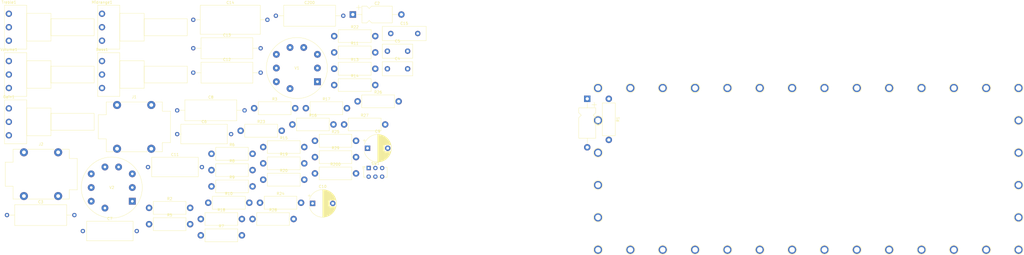
<source format=kicad_pcb>
(kicad_pcb (version 20211014) (generator pcbnew)
  (layers (0 "F.Cu" signal) (31 "B.Cu" signal) (34 "B.Paste" user) (35 "F.Paste" user) (36 "B.SilkS" user "B.Silkscreen") (37 "F.SilkS" user "F.Silkscreen") (38 "B.Mask" user) (39 "F.Mask" user) (44 "Edge.Cuts" user))
  (net 0 "")
  (net 1 "Net-(Bass1-Pad1)")
  (net 2 "Net-(Bass1-Pad2)")
  (net 3 "GND")
  (net 4 "Net-(C1-Pad1)")
  (net 5 "Net-(C2-Pad1)")
  (net 6 "Net-(C3-Pad2)")
  (net 7 "Net-(C3-Pad1)")
  (net 8 "Net-(C4-Pad1)")
  (net 9 "Net-(C5-Pad2)")
  (net 10 "Net-(C5-Pad1)")
  (net 11 "Net-(C6-Pad2)")
  (net 12 "Net-(C8-Pad2)")
  (net 13 "Net-(C8-Pad1)")
  (net 14 "Net-(C9-Pad1)")
  (net 15 "VCC")
  (net 16 "Net-(C11-Pad2)")
  (net 17 "Net-(C11-Pad1)")
  (net 18 "Net-(C12-Pad2)")
  (net 19 "Net-(C12-Pad1)")
  (net 20 "Net-(C13-Pad2)")
  (net 21 "Net-(C13-Pad1)")
  (net 22 "Net-(C14-Pad2)")
  (net 23 "Net-(C14-Pad1)")
  (net 24 "Net-(C15-Pad1)")
  (net 25 "Net-(C200-Pad2)")
  (net 26 "Net-(C200-Pad1)")
  (net 27 "Net-(Gain1-Pad2)")
  (net 28 "Net-(Gain1-Pad3)")
  (net 29 "Net-(J1-PadS)")
  (net 30 "Net-(J2-PadS)")
  (net 31 "Net-(R10-Pad1)")
  (net 32 "Net-(R17-Pad2)")
  (net 33 "Net-(R19-Pad1)")
  (net 34 "Net-(R22-Pad2)")
  (net 35 "Net-(R24-Pad2)")
  (net 36 "Net-(R25-Pad2)")
  (net 37 "Net-(SW1-Pad1)")
  (footprint "TestPoint:TestPoint_THTPad_D3.0mm_Drill1.5mm" (layer "F.Cu") (at 72 60)
    (fp_text reference "REF**" hide)
    (fp_text value "TestPoint_THTPad_D3.0mm_Drill1.5mm" hide)
    (pad "1" thru_hole circle locked (at 0 0) (size 3 3) (drill 2) (layers *.Cu *.Mask))
  )
  (footprint "TestPoint:TestPoint_THTPad_D3.0mm_Drill1.5mm" (layer "F.Cu") (at 72 72)
    (fp_text reference "REF**" hide)
    (fp_text value "TestPoint_THTPad_D3.0mm_Drill1.5mm" hide)
    (pad "1" thru_hole circle locked (at 0 0) (size 3 3) (drill 2) (layers *.Cu *.Mask))
  )
  (footprint "TestPoint:TestPoint_THTPad_D3.0mm_Drill1.5mm" (layer "F.Cu") (at 72 84)
    (fp_text reference "REF**" hide)
    (fp_text value "TestPoint_THTPad_D3.0mm_Drill1.5mm" hide)
    (pad "1" thru_hole circle locked (at 0 0) (size 3 3) (drill 2) (layers *.Cu *.Mask))
  )
  (footprint "TestPoint:TestPoint_THTPad_D3.0mm_Drill1.5mm" (layer "F.Cu") (at 72 96)
    (fp_text reference "REF**" hide)
    (fp_text value "TestPoint_THTPad_D3.0mm_Drill1.5mm" hide)
    (pad "1" thru_hole circle locked (at 0 0) (size 3 3) (drill 2) (layers *.Cu *.Mask))
  )
  (footprint "TestPoint:TestPoint_THTPad_D3.0mm_Drill1.5mm" (layer "F.Cu") (at 72 108)
    (fp_text reference "REF**" hide)
    (fp_text value "TestPoint_THTPad_D3.0mm_Drill1.5mm" hide)
    (pad "1" thru_hole circle locked (at 0 0) (size 3 3) (drill 2) (layers *.Cu *.Mask))
  )
  (footprint "TestPoint:TestPoint_THTPad_D3.0mm_Drill1.5mm" (layer "F.Cu") (at 72 120)
    (fp_text reference "REF**" hide)
    (fp_text value "TestPoint_THTPad_D3.0mm_Drill1.5mm" hide)
    (pad "1" thru_hole circle locked (at 0 0) (size 3 3) (drill 2) (layers *.Cu *.Mask))
  )
  (footprint "TestPoint:TestPoint_THTPad_D3.0mm_Drill1.5mm" (layer "F.Cu") (at 84 60)
    (fp_text reference "REF**" hide)
    (fp_text value "TestPoint_THTPad_D3.0mm_Drill1.5mm" hide)
    (pad "1" thru_hole circle locked (at 0 0) (size 3 3) (drill 2) (layers *.Cu *.Mask))
  )
  (footprint "TestPoint:TestPoint_THTPad_D3.0mm_Drill1.5mm" (layer "F.Cu") (at 96 60)
    (fp_text reference "REF**" hide)
    (fp_text value "TestPoint_THTPad_D3.0mm_Drill1.5mm" hide)
    (pad "1" thru_hole circle locked (at 0 0) (size 3 3) (drill 2) (layers *.Cu *.Mask))
  )
  (footprint "TestPoint:TestPoint_THTPad_D3.0mm_Drill1.5mm" (layer "F.Cu") (at 108 60)
    (fp_text reference "REF**" hide)
    (fp_text value "TestPoint_THTPad_D3.0mm_Drill1.5mm" hide)
    (pad "1" thru_hole circle locked (at 0 0) (size 3 3) (drill 2) (layers *.Cu *.Mask))
  )
  (footprint "TestPoint:TestPoint_THTPad_D3.0mm_Drill1.5mm" (layer "F.Cu") (at 108 60)
    (fp_text reference "REF**" hide)
    (fp_text value "TestPoint_THTPad_D3.0mm_Drill1.5mm" hide)
    (pad "1" thru_hole circle locked (at 0 0) (size 3 3) (drill 2) (layers *.Cu *.Mask))
  )
  (footprint "TestPoint:TestPoint_THTPad_D3.0mm_Drill1.5mm" (layer "F.Cu") (at 120 60)
    (fp_text reference "REF**" hide)
    (fp_text value "TestPoint_THTPad_D3.0mm_Drill1.5mm" hide)
    (pad "1" thru_hole circle locked (at 0 0) (size 3 3) (drill 2) (layers *.Cu *.Mask))
  )
  (footprint "TestPoint:TestPoint_THTPad_D3.0mm_Drill1.5mm" (layer "F.Cu") (at 132 60)
    (fp_text reference "REF**" hide)
    (fp_text value "TestPoint_THTPad_D3.0mm_Drill1.5mm" hide)
    (pad "1" thru_hole circle locked (at 0 0) (size 3 3) (drill 2) (layers *.Cu *.Mask))
  )
  (footprint "TestPoint:TestPoint_THTPad_D3.0mm_Drill1.5mm" (layer "F.Cu") (at 144 60)
    (fp_text reference "REF**" hide)
    (fp_text value "TestPoint_THTPad_D3.0mm_Drill1.5mm" hide)
    (pad "1" thru_hole circle locked (at 0 0) (size 3 3) (drill 2) (layers *.Cu *.Mask))
  )
  (footprint "TestPoint:TestPoint_THTPad_D3.0mm_Drill1.5mm" (layer "F.Cu") (at 156 60)
    (fp_text reference "REF**" hide)
    (fp_text value "TestPoint_THTPad_D3.0mm_Drill1.5mm" hide)
    (pad "1" thru_hole circle locked (at 0 0) (size 3 3) (drill 2) (layers *.Cu *.Mask))
  )
  (footprint "TestPoint:TestPoint_THTPad_D3.0mm_Drill1.5mm" (layer "F.Cu") (at 168 60)
    (fp_text reference "REF**" hide)
    (fp_text value "TestPoint_THTPad_D3.0mm_Drill1.5mm" hide)
    (pad "1" thru_hole circle locked (at 0 0) (size 3 3) (drill 2) (layers *.Cu *.Mask))
  )
  (footprint "TestPoint:TestPoint_THTPad_D3.0mm_Drill1.5mm" (layer "F.Cu") (at 180 60)
    (fp_text reference "REF**" hide)
    (fp_text value "TestPoint_THTPad_D3.0mm_Drill1.5mm" hide)
    (pad "1" thru_hole circle locked (at 0 0) (size 3 3) (drill 2) (layers *.Cu *.Mask))
  )
  (footprint "TestPoint:TestPoint_THTPad_D3.0mm_Drill1.5mm" (layer "F.Cu") (at 192 60)
    (fp_text reference "REF**" hide)
    (fp_text value "TestPoint_THTPad_D3.0mm_Drill1.5mm" hide)
    (pad "1" thru_hole circle locked (at 0 0) (size 3 3) (drill 2) (layers *.Cu *.Mask))
  )
  (footprint "TestPoint:TestPoint_THTPad_D3.0mm_Drill1.5mm" (layer "F.Cu") (at 204 60)
    (fp_text reference "REF**" hide)
    (fp_text value "TestPoint_THTPad_D3.0mm_Drill1.5mm" hide)
    (pad "1" thru_hole circle locked (at 0 0) (size 3 3) (drill 2) (layers *.Cu *.Mask))
  )
  (footprint "TestPoint:TestPoint_THTPad_D3.0mm_Drill1.5mm" (layer "F.Cu") (at 216 60)
    (fp_text reference "REF**" hide)
    (fp_text value "TestPoint_THTPad_D3.0mm_Drill1.5mm" hide)
    (pad "1" thru_hole circle locked (at 0 0) (size 3 3) (drill 2) (layers *.Cu *.Mask))
  )
  (footprint "TestPoint:TestPoint_THTPad_D3.0mm_Drill1.5mm" (layer "F.Cu") (at 228 60)
    (fp_text reference "REF**" hide)
    (fp_text value "TestPoint_THTPad_D3.0mm_Drill1.5mm" hide)
    (pad "1" thru_hole circle locked (at 0 0) (size 3 3) (drill 2) (layers *.Cu *.Mask))
  )
  (footprint "TestPoint:TestPoint_THTPad_D3.0mm_Drill1.5mm" (layer "F.Cu") (at 84 120)
    (fp_text reference "REF**" hide)
    (fp_text value "TestPoint_THTPad_D3.0mm_Drill1.5mm" hide)
    (pad "1" thru_hole circle locked (at 0 0) (size 3 3) (drill 2) (layers *.Cu *.Mask))
  )
  (footprint "TestPoint:TestPoint_THTPad_D3.0mm_Drill1.5mm" (layer "F.Cu") (at 96 120)
    (fp_text reference "REF**" hide)
    (fp_text value "TestPoint_THTPad_D3.0mm_Drill1.5mm" hide)
    (pad "1" thru_hole circle locked (at 0 0) (size 3 3) (drill 2) (layers *.Cu *.Mask))
  )
  (footprint "TestPoint:TestPoint_THTPad_D3.0mm_Drill1.5mm" (layer "F.Cu") (at 108 120)
    (fp_text reference "REF**" hide)
    (fp_text value "TestPoint_THTPad_D3.0mm_Drill1.5mm" hide)
    (pad "1" thru_hole circle locked (at 0 0) (size 3 3) (drill 2) (layers *.Cu *.Mask))
  )
  (footprint "TestPoint:TestPoint_THTPad_D3.0mm_Drill1.5mm" (layer "F.Cu") (at 120 120)
    (fp_text reference "REF**" hide)
    (fp_text value "TestPoint_THTPad_D3.0mm_Drill1.5mm" hide)
    (pad "1" thru_hole circle locked (at 0 0) (size 3 3) (drill 2) (layers *.Cu *.Mask))
  )
  (footprint "TestPoint:TestPoint_THTPad_D3.0mm_Drill1.5mm" (layer "F.Cu") (at 132 120)
    (fp_text reference "REF**" hide)
    (fp_text value "TestPoint_THTPad_D3.0mm_Drill1.5mm" hide)
    (pad "1" thru_hole circle locked (at 0 0) (size 3 3) (drill 2) (layers *.Cu *.Mask))
  )
  (footprint "TestPoint:TestPoint_THTPad_D3.0mm_Drill1.5mm" (layer "F.Cu") (at 144 120)
    (fp_text reference "REF**" hide)
    (fp_text value "TestPoint_THTPad_D3.0mm_Drill1.5mm" hide)
    (pad "1" thru_hole circle locked (at 0 0) (size 3 3) (drill 2) (layers *.Cu *.Mask))
  )
  (footprint "TestPoint:TestPoint_THTPad_D3.0mm_Drill1.5mm" (layer "F.Cu") (at 156 120)
    (fp_text reference "REF**" hide)
    (fp_text value "TestPoint_THTPad_D3.0mm_Drill1.5mm" hide)
    (pad "1" thru_hole circle locked (at 0 0) (size 3 3) (drill 2) (layers *.Cu *.Mask))
  )
  (footprint "TestPoint:TestPoint_THTPad_D3.0mm_Drill1.5mm" (layer "F.Cu") (at 168 120)
    (fp_text reference "REF**" hide)
    (fp_text value "TestPoint_THTPad_D3.0mm_Drill1.5mm" hide)
    (pad "1" thru_hole circle locked (at 0 0) (size 3 3) (drill 2) (layers *.Cu *.Mask))
  )
  (footprint "TestPoint:TestPoint_THTPad_D3.0mm_Drill1.5mm" (layer "F.Cu") (at 180 120)
    (fp_text reference "REF**" hide)
    (fp_text value "TestPoint_THTPad_D3.0mm_Drill1.5mm" hide)
    (pad "1" thru_hole circle locked (at 0 0) (size 3 3) (drill 2) (layers *.Cu *.Mask))
  )
  (footprint "TestPoint:TestPoint_THTPad_D3.0mm_Drill1.5mm" (layer "F.Cu") (at 192 120)
    (fp_text reference "REF**" hide)
    (fp_text value "TestPoint_THTPad_D3.0mm_Drill1.5mm" hide)
    (pad "1" thru_hole circle locked (at 0 0) (size 3 3) (drill 2) (layers *.Cu *.Mask))
  )
  (footprint "TestPoint:TestPoint_THTPad_D3.0mm_Drill1.5mm" (layer "F.Cu") (at 204 120)
    (fp_text reference "REF**" hide)
    (fp_text value "TestPoint_THTPad_D3.0mm_Drill1.5mm" hide)
    (pad "1" thru_hole circle locked (at 0 0) (size 3 3) (drill 2) (layers *.Cu *.Mask))
  )
  (footprint "TestPoint:TestPoint_THTPad_D3.0mm_Drill1.5mm" (layer "F.Cu") (at 216 120)
    (fp_text reference "REF**" hide)
    (fp_text value "TestPoint_THTPad_D3.0mm_Drill1.5mm" hide)
    (pad "1" thru_hole circle locked (at 0 0) (size 3 3) (drill 2) (layers *.Cu *.Mask))
  )
  (footprint "TestPoint:TestPoint_THTPad_D3.0mm_Drill1.5mm" (layer "F.Cu") (at 228 120)
    (fp_text reference "REF**" hide)
    (fp_text value "TestPoint_THTPad_D3.0mm_Drill1.5mm" hide)
    (pad "1" thru_hole circle locked (at 0 0) (size 3 3) (drill 2) (layers *.Cu *.Mask))
  )
  (footprint "TestPoint:TestPoint_THTPad_D3.0mm_Drill1.5mm" (layer "F.Cu") (at 228 108)
    (fp_text reference "REF**" hide)
    (fp_text value "TestPoint_THTPad_D3.0mm_Drill1.5mm" hide)
    (pad "1" thru_hole circle locked (at 0 0) (size 3 3) (drill 2) (layers *.Cu *.Mask))
  )
  (footprint "TestPoint:TestPoint_THTPad_D3.0mm_Drill1.5mm" (layer "F.Cu") (at 228 96)
    (fp_text reference "REF**" hide)
    (fp_text value "TestPoint_THTPad_D3.0mm_Drill1.5mm" hide)
    (pad "1" thru_hole circle locked (at 0 0) (size 3 3) (drill 2) (layers *.Cu *.Mask))
  )
  (footprint "TestPoint:TestPoint_THTPad_D3.0mm_Drill1.5mm" (layer "F.Cu") (at 228 72)
    (fp_text reference "REF**" hide)
    (fp_text value "TestPoint_THTPad_D3.0mm_Drill1.5mm" hide)
    (pad "1" thru_hole circle locked (at 0 0) (size 3 3) (drill 2) (layers *.Cu *.Mask))
  )
  (footprint "TestPoint:TestPoint_THTPad_D3.0mm_Drill1.5mm" (layer "F.Cu") (at 228 84)
    (fp_text reference "REF**" hide)
    (fp_text value "TestPoint_THTPad_D3.0mm_Drill1.5mm" hide)
    (pad "1" thru_hole circle locked (at 0 0) (size 3 3) (drill 2) (layers *.Cu *.Mask))
  )
  (footprint "Potentiometer_THT:Potentiometer_Piher_PC-16_Single_Horizontal" (layer "F.Cu") (at -112 60)
    (fp_text reference "Bass1" (at 0 -14.25) (layer "F.SilkS"))
    (fp_text value "B250K")
    (pad "1" thru_hole circle locked (at 0 0) (size 2.34 2.34) (drill 1.3) (layers *.Cu *.Mask) (net 1 "Net-(Bass1-Pad1)"))
    (pad "2" thru_hole circle locked (at 0 -5) (size 2.34 2.34) (drill 1.3) (layers *.Cu *.Mask) (net 2 "Net-(Bass1-Pad2)"))
    (pad "3" thru_hole circle locked (at 0 -10) (size 2.34 2.34) (drill 1.3) (layers *.Cu *.Mask) (net 2 "Net-(Bass1-Pad2)"))
  )
  (footprint "Capacitor_THT:CP_Axial_L11.0mm_D6.0mm_P18.00mm_Horizontal" (layer "F.Cu") (at 68 64 -90)
    (fp_text reference "C1" (at 9 -4.12 90) (layer "F.SilkS"))
    (fp_text value "22µF 50V")
    (pad "1" thru_hole rect locked (at 0 0 270) (size 2.4 2.4) (drill 1.2) (layers *.Cu *.Mask) (net 4 "Net-(C1-Pad1)"))
    (pad "2" thru_hole oval locked (at 18 0 270) (size 2.4 2.4) (drill 1.2) (layers *.Cu *.Mask) (net 3 "GND"))
  )
  (footprint "Capacitor_THT:CP_Axial_L11.0mm_D6.0mm_P18.00mm_Horizontal" (layer "F.Cu") (at -18.95 32.735)
    (fp_text reference "C2" (at 9 -4.12) (layer "F.SilkS"))
    (fp_text value "22µF 50V")
    (pad "1" thru_hole rect locked (at 0 0) (size 2.4 2.4) (drill 1.2) (layers *.Cu *.Mask) (net 5 "Net-(C2-Pad1)"))
    (pad "2" thru_hole oval locked (at 18 0) (size 2.4 2.4) (drill 1.2) (layers *.Cu *.Mask) (net 3 "GND"))
  )
  (footprint "Capacitor_THT:C_Axial_L19.0mm_D7.5mm_P25.00mm_Horizontal" (layer "F.Cu") (at -147.25 107.13)
    (fp_text reference "C3" (at 12.5 -4.87) (layer "F.SilkS"))
    (fp_text value "100nF 400V")
    (pad "1" thru_hole circle locked (at 0 0) (size 1.6 1.6) (drill 0.8) (layers *.Cu *.Mask) (net 7 "Net-(C3-Pad1)"))
    (pad "2" thru_hole oval locked (at 25 0) (size 1.6 1.6) (drill 0.8) (layers *.Cu *.Mask) (net 6 "Net-(C3-Pad2)"))
  )
  (footprint "Capacitor_THT:C_Disc_D11.0mm_W5.0mm_P7.50mm" (layer "F.Cu") (at -6.13 52.88)
    (fp_text reference "C4" (at 3.75 -3.75) (layer "F.SilkS"))
    (fp_text value "47pF 1KV")
    (pad "1" thru_hole circle locked (at 0 0) (size 2 2) (drill 1) (layers *.Cu *.Mask) (net 8 "Net-(C4-Pad1)"))
    (pad "2" thru_hole circle locked (at 7.5 0) (size 2 2) (drill 1) (layers *.Cu *.Mask) (net 4 "Net-(C1-Pad1)"))
  )
  (footprint "Capacitor_THT:C_Disc_D11.0mm_W5.0mm_P7.50mm" (layer "F.Cu") (at -6.13 46.33)
    (fp_text reference "C5" (at 3.75 -3.75) (layer "F.SilkS"))
    (fp_text value "150pF")
    (pad "1" thru_hole circle locked (at 0 0) (size 2 2) (drill 1) (layers *.Cu *.Mask) (net 10 "Net-(C5-Pad1)"))
    (pad "2" thru_hole circle locked (at 7.5 0) (size 2 2) (drill 1) (layers *.Cu *.Mask) (net 9 "Net-(C5-Pad2)"))
  )
  (footprint "Capacitor_THT:C_Axial_L17.0mm_D7.0mm_P20.00mm_Horizontal" (layer "F.Cu") (at -84.12 77.1)
    (fp_text reference "C6" (at 10 -4.62) (layer "F.SilkS"))
    (fp_text value "47nF")
    (pad "1" thru_hole circle locked (at 0 0) (size 1.6 1.6) (drill 0.8) (layers *.Cu *.Mask) (net 2 "Net-(Bass1-Pad2)"))
    (pad "2" thru_hole oval locked (at 20 0) (size 1.6 1.6) (drill 0.8) (layers *.Cu *.Mask) (net 11 "Net-(C6-Pad2)"))
  )
  (footprint "Capacitor_THT:C_Axial_L17.0mm_D7.0mm_P20.00mm_Horizontal" (layer "F.Cu") (at -119.1 113.06)
    (fp_text reference "C7" (at 10 -4.62) (layer "F.SilkS"))
    (fp_text value "47nF")
    (pad "1" thru_hole circle locked (at 0 0) (size 1.6 1.6) (drill 0.8) (layers *.Cu *.Mask) (net 1 "Net-(Bass1-Pad1)"))
    (pad "2" thru_hole oval locked (at 20 0) (size 1.6 1.6) (drill 0.8) (layers *.Cu *.Mask) (net 11 "Net-(C6-Pad2)"))
  )
  (footprint "Capacitor_THT:C_Axial_L19.0mm_D7.5mm_P25.00mm_Horizontal" (layer "F.Cu") (at -84.12 68.3)
    (fp_text reference "C8" (at 12.5 -4.87) (layer "F.SilkS"))
    (fp_text value "100nF 400V")
    (pad "1" thru_hole circle locked (at 0 0) (size 1.6 1.6) (drill 0.8) (layers *.Cu *.Mask) (net 13 "Net-(C8-Pad1)"))
    (pad "2" thru_hole oval locked (at 25 0) (size 1.6 1.6) (drill 0.8) (layers *.Cu *.Mask) (net 12 "Net-(C8-Pad2)"))
  )
  (footprint "Capacitor_THT:CP_Radial_D10.0mm_P7.50mm" (layer "F.Cu") (at -13.505354 82.33)
    (fp_text reference "C9" (at 3.75 -6.25) (layer "F.SilkS"))
    (fp_text value "10µF 250V")
    (pad "1" thru_hole rect locked (at 0 0) (size 2 2) (drill 1) (layers *.Cu *.Mask) (net 14 "Net-(C9-Pad1)"))
    (pad "2" thru_hole circle locked (at 7.5 0) (size 2 2) (drill 1) (layers *.Cu *.Mask) (net 3 "GND"))
  )
  (footprint "Capacitor_THT:CP_Radial_D10.0mm_P7.50mm" (layer "F.Cu") (at -33.895354 102.8)
    (fp_text reference "C10" (at 3.75 -6.25) (layer "F.SilkS"))
    (fp_text value "10µF 250V")
    (pad "1" thru_hole rect locked (at 0 0) (size 2 2) (drill 1) (layers *.Cu *.Mask) (net 15 "VCC"))
    (pad "2" thru_hole circle locked (at 7.5 0) (size 2 2) (drill 1) (layers *.Cu *.Mask) (net 3 "GND"))
  )
  (footprint "Capacitor_THT:C_Axial_L17.0mm_D7.0mm_P20.00mm_Horizontal" (layer "F.Cu") (at -94.94 89.33)
    (fp_text reference "C11" (at 10 -4.62) (layer "F.SilkS"))
    (fp_text value "47nF")
    (pad "1" thru_hole circle locked (at 0 0) (size 1.6 1.6) (drill 0.8) (layers *.Cu *.Mask) (net 17 "Net-(C11-Pad1)"))
    (pad "2" thru_hole oval locked (at 20 0) (size 1.6 1.6) (drill 0.8) (layers *.Cu *.Mask) (net 16 "Net-(C11-Pad2)"))
  )
  (footprint "Capacitor_THT:C_Axial_L19.0mm_D7.5mm_P25.00mm_Horizontal" (layer "F.Cu") (at -78.15 54.3)
    (fp_text reference "C12" (at 12.5 -4.87) (layer "F.SilkS"))
    (fp_text value "100nF 400V")
    (pad "1" thru_hole circle locked (at 0 0) (size 1.6 1.6) (drill 0.8) (layers *.Cu *.Mask) (net 19 "Net-(C12-Pad1)"))
    (pad "2" thru_hole oval locked (at 25 0) (size 1.6 1.6) (drill 0.8) (layers *.Cu *.Mask) (net 18 "Net-(C12-Pad2)"))
  )
  (footprint "Capacitor_THT:C_Axial_L19.0mm_D7.5mm_P25.00mm_Horizontal" (layer "F.Cu") (at -78.15 45.25)
    (fp_text reference "C13" (at 12.5 -4.87) (layer "F.SilkS"))
    (fp_text value "100nF 400V")
    (pad "1" thru_hole circle locked (at 0 0) (size 1.6 1.6) (drill 0.8) (layers *.Cu *.Mask) (net 21 "Net-(C13-Pad1)"))
    (pad "2" thru_hole oval locked (at 25 0) (size 1.6 1.6) (drill 0.8) (layers *.Cu *.Mask) (net 20 "Net-(C13-Pad2)"))
  )
  (footprint "Capacitor_THT:C_Axial_L22.0mm_D10.5mm_P27.50mm_Horizontal" (layer "F.Cu") (at -78.15 34.7)
    (fp_text reference "C14" (at 13.75 -6.37) (layer "F.SilkS"))
    (fp_text value "220nF 400V")
    (pad "1" thru_hole circle locked (at 0 0) (size 1.6 1.6) (drill 0.8) (layers *.Cu *.Mask) (net 23 "Net-(C14-Pad1)"))
    (pad "2" thru_hole oval locked (at 27.5 0) (size 1.6 1.6) (drill 0.8) (layers *.Cu *.Mask) (net 22 "Net-(C14-Pad2)"))
  )
  (footprint "Capacitor_THT:C_Disc_D16.0mm_W5.0mm_P10.00mm" (layer "F.Cu") (at -4.88 39.78)
    (fp_text reference "C15" (at 5 -3.75) (layer "F.SilkS"))
    (fp_text value "1nF")
    (pad "1" thru_hole circle locked (at 0 0) (size 2 2) (drill 1) (layers *.Cu *.Mask) (net 24 "Net-(C15-Pad1)"))
    (pad "2" thru_hole circle locked (at 10 0) (size 2 2) (drill 1) (layers *.Cu *.Mask) (net 3 "GND"))
  )
  (footprint "Capacitor_THT:C_Axial_L19.0mm_D7.5mm_P25.00mm_Horizontal" (layer "F.Cu") (at -47.5 33.2)
    (fp_text reference "C200" (at 12.5 -4.87) (layer "F.SilkS"))
    (fp_text value "100nF")
    (pad "1" thru_hole circle locked (at 0 0) (size 1.6 1.6) (drill 0.8) (layers *.Cu *.Mask) (net 26 "Net-(C200-Pad1)"))
    (pad "2" thru_hole oval locked (at 25 0) (size 1.6 1.6) (drill 0.8) (layers *.Cu *.Mask) (net 25 "Net-(C200-Pad2)"))
  )
  (footprint "Potentiometer_THT:Potentiometer_Piher_PC-16_Single_Horizontal" (layer "F.Cu") (at -146.55 77.55)
    (fp_text reference "Gain1" (at 0 -14.25) (layer "F.SilkS"))
    (fp_text value "A250K")
    (pad "1" thru_hole circle locked (at 0 0) (size 2.34 2.34) (drill 1.3) (layers *.Cu *.Mask) (net 3 "GND"))
    (pad "2" thru_hole circle locked (at 0 -5) (size 2.34 2.34) (drill 1.3) (layers *.Cu *.Mask) (net 27 "Net-(Gain1-Pad2)"))
    (pad "3" thru_hole circle locked (at 0 -10) (size 2.34 2.34) (drill 1.3) (layers *.Cu *.Mask) (net 28 "Net-(Gain1-Pad3)"))
  )
  (footprint "Connector_Audio:Jack_6.35mm_Neutrik_NMJ4HCD2_Horizontal" (layer "F.Cu") (at -106.42 66.3)
    (fp_text reference "J1" (at 6.35 -3) (layer "F.SilkS"))
    (fp_text value "Line in")
    (pad "S" thru_hole circle locked (at 12.7 0) (size 3 3) (drill 1.4) (layers *.Cu *.Mask) (net 29 "Net-(J1-PadS)"))
    (pad "SN" thru_hole circle locked (at 12.7 16.23) (size 3 3) (drill 1.4) (layers *.Cu *.Mask))
    (pad "T" thru_hole circle locked (at 0 0) (size 3 3) (drill 1.4) (layers *.Cu *.Mask) (net 3 "GND"))
    (pad "TN" thru_hole circle locked (at 0 16.23) (size 3 3) (drill 1.4) (layers *.Cu *.Mask))
  )
  (footprint "Connector_Audio:Jack_6.35mm_Neutrik_NMJ4HCD2_Horizontal" (layer "F.Cu") (at -140.97 83.85)
    (fp_text reference "J2" (at 6.35 -3) (layer "F.SilkS"))
    (fp_text value "Line out")
    (pad "S" thru_hole circle locked (at 12.7 0) (size 3 3) (drill 1.4) (layers *.Cu *.Mask) (net 30 "Net-(J2-PadS)"))
    (pad "SN" thru_hole circle locked (at 12.7 16.23) (size 3 3) (drill 1.4) (layers *.Cu *.Mask))
    (pad "T" thru_hole circle locked (at 0 0) (size 3 3) (drill 1.4) (layers *.Cu *.Mask) (net 3 "GND"))
    (pad "TN" thru_hole circle locked (at 0 16.23) (size 3 3) (drill 1.4) (layers *.Cu *.Mask))
  )
  (footprint "Potentiometer_THT:Potentiometer_Piher_PC-16_Single_Horizontal" (layer "F.Cu") (at -112 42.45)
    (fp_text reference "Midrange1" (at 0 -14.25) (layer "F.SilkS"))
    (fp_text value "B25K")
    (pad "1" thru_hole circle locked (at 0 0) (size 2.34 2.34) (drill 1.3) (layers *.Cu *.Mask) (net 3 "GND"))
    (pad "2" thru_hole circle locked (at 0 -5) (size 2.34 2.34) (drill 1.3) (layers *.Cu *.Mask) (net 1 "Net-(Bass1-Pad1)"))
    (pad "3" thru_hole circle locked (at 0 -10) (size 2.34 2.34) (drill 1.3) (layers *.Cu *.Mask) (net 1 "Net-(Bass1-Pad1)"))
  )
  (footprint "Resistor_THT:R_Axial_DIN0414_L11.9mm_D4.5mm_P15.24mm_Horizontal" (layer "F.Cu") (at 76 64 -90)
    (fp_text reference "R1" (at 7.62 -3.37 90) (layer "F.SilkS"))
    (fp_text value "1.5K 0.5W")
    (pad "1" thru_hole circle locked (at 0 0 270) (size 2.4 2.4) (drill 1.2) (layers *.Cu *.Mask) (net 4 "Net-(C1-Pad1)"))
    (pad "2" thru_hole oval locked (at 15.24 0 270) (size 2.4 2.4) (drill 1.2) (layers *.Cu *.Mask) (net 3 "GND"))
  )
  (footprint "Resistor_THT:R_Axial_DIN0414_L11.9mm_D4.5mm_P15.24mm_Horizontal" (layer "F.Cu") (at -94.54 104.46)
    (fp_text reference "R2" (at 7.62 -3.37) (layer "F.SilkS"))
    (fp_text value "1.5K 0.5W")
    (pad "1" thru_hole circle locked (at 0 0) (size 2.4 2.4) (drill 1.2) (layers *.Cu *.Mask) (net 5 "Net-(C2-Pad1)"))
    (pad "2" thru_hole oval locked (at 15.24 0) (size 2.4 2.4) (drill 1.2) (layers *.Cu *.Mask) (net 3 "GND"))
  )
  (footprint "Resistor_THT:R_Axial_DIN0414_L11.9mm_D4.5mm_P15.24mm_Horizontal" (layer "F.Cu") (at -55.57 67.48)
    (fp_text reference "R3" (at 7.62 -3.37) (layer "F.SilkS"))
    (fp_text value "100K 1W")
    (pad "1" thru_hole circle locked (at 0 0) (size 2.4 2.4) (drill 1.2) (layers *.Cu *.Mask) (net 14 "Net-(C9-Pad1)"))
    (pad "2" thru_hole oval locked (at 15.24 0) (size 2.4 2.4) (drill 1.2) (layers *.Cu *.Mask) (net 6 "Net-(C3-Pad2)"))
  )
  (footprint "Resistor_THT:R_Axial_DIN0414_L11.9mm_D4.5mm_P15.24mm_Horizontal" (layer "F.Cu") (at -94.54 110.51)
    (fp_text reference "R5" (at 7.62 -3.37) (layer "F.SilkS"))
    (fp_text value "68K")
    (pad "1" thru_hole circle locked (at 0 0) (size 2.4 2.4) (drill 1.2) (layers *.Cu *.Mask) (net 8 "Net-(C4-Pad1)"))
    (pad "2" thru_hole oval locked (at 15.24 0) (size 2.4 2.4) (drill 1.2) (layers *.Cu *.Mask) (net 26 "Net-(C200-Pad1)"))
  )
  (footprint "Resistor_THT:R_Axial_DIN0414_L11.9mm_D4.5mm_P15.24mm_Horizontal" (layer "F.Cu") (at -71.39 84.4)
    (fp_text reference "R6" (at 7.62 -3.37) (layer "F.SilkS"))
    (fp_text value "220K")
    (pad "1" thru_hole circle locked (at 0 0) (size 2.4 2.4) (drill 1.2) (layers *.Cu *.Mask) (net 7 "Net-(C3-Pad1)"))
    (pad "2" thru_hole oval locked (at 15.24 0) (size 2.4 2.4) (drill 1.2) (layers *.Cu *.Mask) (net 28 "Net-(Gain1-Pad3)"))
  )
  (footprint "Resistor_THT:R_Axial_DIN0414_L11.9mm_D4.5mm_P15.24mm_Horizontal" (layer "F.Cu") (at -75.35 114.65)
    (fp_text reference "R7" (at 7.62 -3.37) (layer "F.SilkS"))
    (fp_text value "1M")
    (pad "1" thru_hole circle locked (at 0 0) (size 2.4 2.4) (drill 1.2) (layers *.Cu *.Mask) (net 8 "Net-(C4-Pad1)"))
    (pad "2" thru_hole oval locked (at 15.24 0) (size 2.4 2.4) (drill 1.2) (layers *.Cu *.Mask) (net 3 "GND"))
  )
  (footprint "Resistor_THT:R_Axial_DIN0414_L11.9mm_D4.5mm_P15.24mm_Horizontal" (layer "F.Cu") (at -71.39 90.45)
    (fp_text reference "R8" (at 7.62 -3.37) (layer "F.SilkS"))
    (fp_text value "470K")
    (pad "1" thru_hole circle locked (at 0 0) (size 2.4 2.4) (drill 1.2) (layers *.Cu *.Mask) (net 28 "Net-(Gain1-Pad3)"))
    (pad "2" thru_hole oval locked (at 15.24 0) (size 2.4 2.4) (drill 1.2) (layers *.Cu *.Mask) (net 3 "GND"))
  )
  (footprint "Resistor_THT:R_Axial_DIN0414_L11.9mm_D4.5mm_P15.24mm_Horizontal" (layer "F.Cu") (at -71.39 96.5)
    (fp_text reference "R9" (at 7.62 -3.37) (layer "F.SilkS"))
    (fp_text value "100K")
    (pad "1" thru_hole circle locked (at 0 0) (size 2.4 2.4) (drill 1.2) (layers *.Cu *.Mask) (net 27 "Net-(Gain1-Pad2)"))
    (pad "2" thru_hole oval locked (at 15.24 0) (size 2.4 2.4) (drill 1.2) (layers *.Cu *.Mask) (net 31 "Net-(R10-Pad1)"))
  )
  (footprint "Resistor_THT:R_Axial_DIN0414_L11.9mm_D4.5mm_P15.24mm_Horizontal" (layer "F.Cu") (at -72.59 102.55)
    (fp_text reference "R10" (at 7.62 -3.37) (layer "F.SilkS"))
    (fp_text value "470K")
    (pad "1" thru_hole circle locked (at 0 0) (size 2.4 2.4) (drill 1.2) (layers *.Cu *.Mask) (net 31 "Net-(R10-Pad1)"))
    (pad "2" thru_hole oval locked (at 15.24 0) (size 2.4 2.4) (drill 1.2) (layers *.Cu *.Mask) (net 3 "GND"))
  )
  (footprint "Resistor_THT:R_Axial_DIN0414_L11.9mm_D4.5mm_P15.24mm_Horizontal" (layer "F.Cu") (at -25.87 46.8)
    (fp_text reference "R11" (at 7.62 -3.37) (layer "F.SilkS"))
    (fp_text value "100K 1W")
    (pad "1" thru_hole circle locked (at 0 0) (size 2.4 2.4) (drill 1.2) (layers *.Cu *.Mask) (net 14 "Net-(C9-Pad1)"))
    (pad "2" thru_hole oval locked (at 15.24 0) (size 2.4 2.4) (drill 1.2) (layers *.Cu *.Mask) (net 12 "Net-(C8-Pad2)"))
  )
  (footprint "Resistor_THT:R_Axial_DIN0414_L11.9mm_D4.5mm_P15.24mm_Horizontal" (layer "F.Cu") (at -25.87 52.85)
    (fp_text reference "R13" (at 7.62 -3.37) (layer "F.SilkS"))
    (fp_text value "1M")
    (pad "1" thru_hole circle locked (at 0 0) (size 2.4 2.4) (drill 1.2) (layers *.Cu *.Mask) (net 13 "Net-(C8-Pad1)"))
    (pad "2" thru_hole oval locked (at 15.24 0) (size 2.4 2.4) (drill 1.2) (layers *.Cu *.Mask) (net 3 "GND"))
  )
  (footprint "Resistor_THT:R_Axial_DIN0414_L11.9mm_D4.5mm_P15.24mm_Horizontal" (layer "F.Cu") (at -25.87 58.9)
    (fp_text reference "R14" (at 7.62 -3.37) (layer "F.SilkS"))
    (fp_text value "47K")
    (pad "1" thru_hole circle locked (at 0 0) (size 2.4 2.4) (drill 1.2) (layers *.Cu *.Mask) (net 13 "Net-(C8-Pad1)"))
    (pad "2" thru_hole oval locked (at 15.24 0) (size 2.4 2.4) (drill 1.2) (layers *.Cu *.Mask) (net 9 "Net-(C5-Pad2)"))
  )
  (footprint "Resistor_THT:R_Axial_DIN0414_L11.9mm_D4.5mm_P15.24mm_Horizontal" (layer "F.Cu") (at -52.2 81.9)
    (fp_text reference "R15" (at 7.62 -3.37) (layer "F.SilkS"))
    (fp_text value "68K")
    (pad "1" thru_hole circle locked (at 0 0) (size 2.4 2.4) (drill 1.2) (layers *.Cu *.Mask) (net 9 "Net-(C5-Pad2)"))
    (pad "2" thru_hole oval locked (at 15.24 0) (size 2.4 2.4) (drill 1.2) (layers *.Cu *.Mask) (net 11 "Net-(C6-Pad2)"))
  )
  (footprint "Resistor_THT:R_Axial_DIN0414_L11.9mm_D4.5mm_P15.24mm_Horizontal" (layer "F.Cu") (at -41.38 73.53)
    (fp_text reference "R16" (at 7.62 -3.37) (layer "F.SilkS"))
    (fp_text value "10K 1W")
    (pad "1" thru_hole circle locked (at 0 0) (size 2.4 2.4) (drill 1.2) (layers *.Cu *.Mask) (net 14 "Net-(C9-Pad1)"))
    (pad "2" thru_hole oval locked (at 15.24 0) (size 2.4 2.4) (drill 1.2) (layers *.Cu *.Mask) (net 15 "VCC"))
  )
  (footprint "Resistor_THT:R_Axial_DIN0414_L11.9mm_D4.5mm_P15.24mm_Horizontal" (layer "F.Cu") (at -36.38 67.48)
    (fp_text reference "R17" (at 7.62 -3.37) (layer "F.SilkS"))
    (fp_text value "100K")
    (pad "1" thru_hole circle locked (at 0 0) (size 2.4 2.4) (drill 1.2) (layers *.Cu *.Mask) (net 17 "Net-(C11-Pad1)"))
    (pad "2" thru_hole oval locked (at 15.24 0) (size 2.4 2.4) (drill 1.2) (layers *.Cu *.Mask) (net 32 "Net-(R17-Pad2)"))
  )
  (footprint "Resistor_THT:R_Axial_DIN0414_L11.9mm_D4.5mm_P15.24mm_Horizontal" (layer "F.Cu") (at -75.35 108.6)
    (fp_text reference "R18" (at 7.62 -3.37) (layer "F.SilkS"))
    (fp_text value "1M")
    (pad "1" thru_hole circle locked (at 0 0) (size 2.4 2.4) (drill 1.2) (layers *.Cu *.Mask) (net 32 "Net-(R17-Pad2)"))
    (pad "2" thru_hole oval locked (at 15.24 0) (size 2.4 2.4) (drill 1.2) (layers *.Cu *.Mask) (net 3 "GND"))
  )
  (footprint "Resistor_THT:R_Axial_DIN0414_L11.9mm_D4.5mm_P15.24mm_Horizontal" (layer "F.Cu") (at -52.2 87.95)
    (fp_text reference "R19" (at 7.62 -3.37) (layer "F.SilkS"))
    (fp_text value "1.5K 0.5W")
    (pad "1" thru_hole circle locked (at 0 0) (size 2.4 2.4) (drill 1.2) (layers *.Cu *.Mask) (net 33 "Net-(R19-Pad1)"))
    (pad "2" thru_hole oval locked (at 15.24 0) (size 2.4 2.4) (drill 1.2) (layers *.Cu *.Mask) (net 3 "GND"))
  )
  (footprint "Resistor_THT:R_Axial_DIN0414_L11.9mm_D4.5mm_P15.24mm_Horizontal" (layer "F.Cu") (at -52.2 94)
    (fp_text reference "R20" (at 7.62 -3.37) (layer "F.SilkS"))
    (fp_text value "100K 1W")
    (pad "1" thru_hole circle locked (at 0 0) (size 2.4 2.4) (drill 1.2) (layers *.Cu *.Mask) (net 15 "VCC"))
    (pad "2" thru_hole oval locked (at 15.24 0) (size 2.4 2.4) (drill 1.2) (layers *.Cu *.Mask) (net 18 "Net-(C12-Pad2)"))
  )
  (footprint "Resistor_THT:R_Axial_DIN0414_L11.9mm_D4.5mm_P15.24mm_Horizontal" (layer "F.Cu") (at -25.87 40.75)
    (fp_text reference "R22" (at 7.62 -3.37) (layer "F.SilkS"))
    (fp_text value "100K")
    (pad "1" thru_hole circle locked (at 0 0) (size 2.4 2.4) (drill 1.2) (layers *.Cu *.Mask) (net 19 "Net-(C12-Pad1)"))
    (pad "2" thru_hole oval locked (at 15.24 0) (size 2.4 2.4) (drill 1.2) (layers *.Cu *.Mask) (net 34 "Net-(R22-Pad2)"))
  )
  (footprint "Resistor_THT:R_Axial_DIN0414_L11.9mm_D4.5mm_P15.24mm_Horizontal" (layer "F.Cu") (at -60.57 75.85)
    (fp_text reference "R23" (at 7.62 -3.37) (layer "F.SilkS"))
    (fp_text value "470K")
    (pad "1" thru_hole circle locked (at 0 0) (size 2.4 2.4) (drill 1.2) (layers *.Cu *.Mask) (net 34 "Net-(R22-Pad2)"))
    (pad "2" thru_hole oval locked (at 15.24 0) (size 2.4 2.4) (drill 1.2) (layers *.Cu *.Mask) (net 3 "GND"))
  )
  (footprint "Resistor_THT:R_Axial_DIN0414_L11.9mm_D4.5mm_P15.24mm_Horizontal" (layer "F.Cu") (at -53.4 102.55)
    (fp_text reference "R24" (at 7.62 -3.37) (layer "F.SilkS"))
    (fp_text value "100K")
    (pad "1" thru_hole circle locked (at 0 0) (size 2.4 2.4) (drill 1.2) (layers *.Cu *.Mask) (net 21 "Net-(C13-Pad1)"))
    (pad "2" thru_hole oval locked (at 15.24 0) (size 2.4 2.4) (drill 1.2) (layers *.Cu *.Mask) (net 35 "Net-(R24-Pad2)"))
  )
  (footprint "Resistor_THT:R_Axial_DIN0414_L11.9mm_D4.5mm_P15.24mm_Horizontal" (layer "F.Cu") (at -33.01 79.58)
    (fp_text reference "R25" (at 7.62 -3.37) (layer "F.SilkS"))
    (fp_text value "1M")
    (pad "1" thru_hole circle locked (at 0 0) (size 2.4 2.4) (drill 1.2) (layers *.Cu *.Mask) (net 35 "Net-(R24-Pad2)"))
    (pad "2" thru_hole oval locked (at 15.24 0) (size 2.4 2.4) (drill 1.2) (layers *.Cu *.Mask) (net 36 "Net-(R25-Pad2)"))
  )
  (footprint "Resistor_THT:R_Axial_DIN0414_L11.9mm_D4.5mm_P15.24mm_Horizontal" (layer "F.Cu") (at -17.19 64.95)
    (fp_text reference "R26" (at 7.62 -3.37) (layer "F.SilkS"))
    (fp_text value "1.5K")
    (pad "1" thru_hole circle locked (at 0 0) (size 2.4 2.4) (drill 1.2) (layers *.Cu *.Mask) (net 22 "Net-(C14-Pad2)"))
    (pad "2" thru_hole oval locked (at 15.24 0) (size 2.4 2.4) (drill 1.2) (layers *.Cu *.Mask) (net 36 "Net-(R25-Pad2)"))
  )
  (footprint "Resistor_THT:R_Axial_DIN0414_L11.9mm_D4.5mm_P15.24mm_Horizontal" (layer "F.Cu") (at -22.19 73.53)
    (fp_text reference "R27" (at 7.62 -3.37) (layer "F.SilkS"))
    (fp_text value "100K")
    (pad "1" thru_hole circle locked (at 0 0) (size 2.4 2.4) (drill 1.2) (layers *.Cu *.Mask) (net 36 "Net-(R25-Pad2)"))
    (pad "2" thru_hole oval locked (at 15.24 0) (size 2.4 2.4) (drill 1.2) (layers *.Cu *.Mask) (net 3 "GND"))
  )
  (footprint "Resistor_THT:R_Axial_DIN0414_L11.9mm_D4.5mm_P15.24mm_Horizontal" (layer "F.Cu") (at -56.16 108.6)
    (fp_text reference "R28" (at 7.62 -3.37) (layer "F.SilkS"))
    (fp_text value "470K")
    (pad "1" thru_hole circle locked (at 0 0) (size 2.4 2.4) (drill 1.2) (layers *.Cu *.Mask) (net 23 "Net-(C14-Pad1)"))
    (pad "2" thru_hole oval locked (at 15.24 0) (size 2.4 2.4) (drill 1.2) (layers *.Cu *.Mask) (net 3 "GND"))
  )
  (footprint "Resistor_THT:R_Axial_DIN0414_L11.9mm_D4.5mm_P15.24mm_Horizontal" (layer "F.Cu") (at -33.01 85.63)
    (fp_text reference "R29" (at 7.62 -3.37) (layer "F.SilkS"))
    (fp_text value "10K")
    (pad "1" thru_hole circle locked (at 0 0) (size 2.4 2.4) (drill 1.2) (layers *.Cu *.Mask) (net 23 "Net-(C14-Pad1)"))
    (pad "2" thru_hole oval locked (at 15.24 0) (size 2.4 2.4) (drill 1.2) (layers *.Cu *.Mask) (net 24 "Net-(C15-Pad1)"))
  )
  (footprint "Resistor_THT:R_Axial_DIN0414_L11.9mm_D4.5mm_P15.24mm_Horizontal" (layer "F.Cu") (at -33.01 91.68)
    (fp_text reference "R200" (at 7.62 -3.37) (layer "F.SilkS"))
    (fp_text value "1M")
    (pad "1" thru_hole circle locked (at 0 0) (size 2.4 2.4) (drill 1.2) (layers *.Cu *.Mask) (net 25 "Net-(C200-Pad2)"))
    (pad "2" thru_hole oval locked (at 15.24 0) (size 2.4 2.4) (drill 1.2) (layers *.Cu *.Mask) (net 3 "GND"))
  )
  (footprint "Button_Switch_THT:SW_E-Switch_EG1271_DPDT" (layer "F.Cu") (at -13.085 89.68)
    (fp_text reference "SW1" (at 2.5 -1.65) (layer "F.SilkS"))
    (fp_text value "On/Bypass")
    (pad "1" thru_hole rect locked (at 0 0) (size 1.6 1.6) (drill 0.8) (layers *.Cu *.Mask) (net 37 "Net-(SW1-Pad1)"))
    (pad "2" thru_hole circle locked (at 2.5 0) (size 1.6 1.6) (drill 0.8) (layers *.Cu *.Mask) (net 29 "Net-(J1-PadS)"))
    (pad "3" thru_hole circle locked (at 5 0) (size 1.6 1.6) (drill 0.8) (layers *.Cu *.Mask) (net 25 "Net-(C200-Pad2)"))
    (pad "4" thru_hole circle locked (at 0 3.2) (size 1.6 1.6) (drill 0.8) (layers *.Cu *.Mask) (net 37 "Net-(SW1-Pad1)"))
    (pad "5" thru_hole circle locked (at 2.5 3.2) (size 1.6 1.6) (drill 0.8) (layers *.Cu *.Mask) (net 30 "Net-(J2-PadS)"))
    (pad "6" thru_hole circle locked (at 5 3.2) (size 1.6 1.6) (drill 0.8) (layers *.Cu *.Mask) (net 24 "Net-(C15-Pad1)"))
  )
  (footprint "Potentiometer_THT:Potentiometer_Piher_PC-16_Single_Horizontal" (layer "F.Cu") (at -146.55 42.45)
    (fp_text reference "Treble1" (at 0 -14.25) (layer "F.SilkS"))
    (fp_text value "B250K")
    (pad "1" thru_hole circle locked (at 0 0) (size 2.34 2.34) (drill 1.3) (layers *.Cu *.Mask) (net 2 "Net-(Bass1-Pad2)"))
    (pad "2" thru_hole circle locked (at 0 -5) (size 2.34 2.34) (drill 1.3) (layers *.Cu *.Mask) (net 16 "Net-(C11-Pad2)"))
    (pad "3" thru_hole circle locked (at 0 -10) (size 2.34 2.34) (drill 1.3) (layers *.Cu *.Mask) (net 10 "Net-(C5-Pad1)"))
  )
  (footprint "Valve:Valve_Noval_P" (layer "F.Cu") (at -32.089581 57.670419)
    (fp_text reference "V1" (at -7.62 -5.08) (layer "F.SilkS"))
    (fp_text value "ECC83")
    (pad "1" thru_hole rect locked (at 0 0) (size 2.54 2.54) (drill 1) (layers *.Cu *.Mask) (net 6 "Net-(C3-Pad2)"))
    (pad "2" thru_hole circle locked (at 0 -5.08) (size 2.54 5.08) (drill 1) (layers *.Cu *.Mask) (net 8 "Net-(C4-Pad1)"))
    (pad "3" thru_hole circle locked (at 0 -10.16) (size 2.54 5.08) (drill 1) (layers *.Cu *.Mask) (net 4 "Net-(C1-Pad1)"))
    (pad "4" thru_hole circle locked (at -5.08 -12.7) (size 2.54 5.08) (drill 1) (layers *.Cu *.Mask))
    (pad "5" thru_hole circle locked (at -10.16 -12.7) (size 2.54 5.08) (drill 1) (layers *.Cu *.Mask))
    (pad "6" thru_hole circle locked (at -15.24 -10.16) (size 2.54 5.08) (drill 1) (layers *.Cu *.Mask) (net 12 "Net-(C8-Pad2)"))
    (pad "7" thru_hole circle locked (at -15.24 -5.08) (size 2.54 5.08) (drill 1) (layers *.Cu *.Mask) (net 31 "Net-(R10-Pad1)"))
    (pad "8" thru_hole circle locked (at -15.24 0) (size 2.54 5.08) (drill 1) (layers *.Cu *.Mask) (net 5 "Net-(C2-Pad1)"))
    (pad "9" thru_hole circle locked (at -10.16 2.54) (size 2.54 5.08) (drill 1) (layers *.Cu *.Mask))
  )
  (footprint "Valve:Valve_Noval_P" (layer "F.Cu") (at -100.759581 102.000419)
    (fp_text reference "V2" (at -7.62 -5.08) (layer "F.SilkS"))
    (fp_text value "ECC83")
    (pad "1" thru_hole rect locked (at 0 0) (size 2.54 2.54) (drill 1) (layers *.Cu *.Mask) (net 18 "Net-(C12-Pad2)"))
    (pad "2" thru_hole circle locked (at 0 -5.08) (size 2.54 5.08) (drill 1) (layers *.Cu *.Mask) (net 32 "Net-(R17-Pad2)"))
    (pad "3" thru_hole circle locked (at 0 -10.16) (size 2.54 5.08) (drill 1) (layers *.Cu *.Mask) (net 33 "Net-(R19-Pad1)"))
    (pad "4" thru_hole circle locked (at -5.08 -12.7) (size 2.54 5.08) (drill 1) (layers *.Cu *.Mask))
    (pad "5" thru_hole circle locked (at -10.16 -12.7) (size 2.54 5.08) (drill 1) (layers *.Cu *.Mask))
    (pad "6" thru_hole circle locked (at -15.24 -10.16) (size 2.54 5.08) (drill 1) (layers *.Cu *.Mask) (net 15 "VCC"))
    (pad "7" thru_hole circle locked (at -15.24 -5.08) (size 2.54 5.08) (drill 1) (layers *.Cu *.Mask) (net 35 "Net-(R24-Pad2)"))
    (pad "8" thru_hole circle locked (at -15.24 0) (size 2.54 5.08) (drill 1) (layers *.Cu *.Mask) (net 22 "Net-(C14-Pad2)"))
    (pad "9" thru_hole circle locked (at -10.16 2.54) (size 2.54 5.08) (drill 1) (layers *.Cu *.Mask))
  )
  (footprint "Potentiometer_THT:Potentiometer_Piher_PC-16_Single_Horizontal" (layer "F.Cu") (at -146.55 60)
    (fp_text reference "Volume1" (at 0 -14.25) (layer "F.SilkS"))
    (fp_text value "A250K")
    (pad "1" thru_hole circle locked (at 0 0) (size 2.34 2.34) (drill 1.3) (layers *.Cu *.Mask) (net 3 "GND"))
    (pad "2" thru_hole circle locked (at 0 -5) (size 2.34 2.34) (drill 1.3) (layers *.Cu *.Mask) (net 20 "Net-(C13-Pad2)"))
    (pad "3" thru_hole circle locked (at 0 -10) (size 2.34 2.34) (drill 1.3) (layers *.Cu *.Mask) (net 34 "Net-(R22-Pad2)"))
  )
)
</source>
